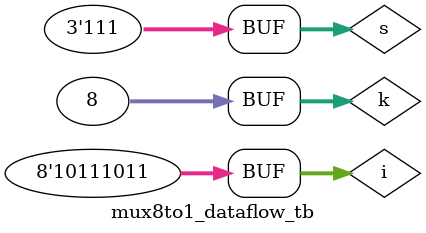
<source format=v>
module mux2to1(i,s,y);
  input [1:0]i;
  input s;
  output reg y;
  
  always@(*)
    begin
      if(s)
        y = i[1];
      else if(!s)
        y = i[0];
        else 
          y = 0;
    end 
  endmodule 
    
    module mux8to1(i,s,y);
      input [7:0]i;
      input [2:0]s;
      output reg y;
      wire [5:0]t;
      
      mux2to1 m1(i[1:0],s[0],t[0]);
      mux2to1 m2(i[3:2],s[0],t[1]);
      mux2to1 m3(i[5:4],s[0],t[2]);
      mux2to1 m4(i[7:6],s[0],t[3]);
      mux2to1 m5(t[1:0],s[1],t[4]);
      mux2to1 m6(t[3:2],s[1],t[5]);    
      mux2to1 m7(t[5:4],s[2],y);
    endmodule 


// test bench 

module mux8to1_dataflow_tb;

  reg [7:0]i;
  reg [2:0]s;
     wire y;
  integer k;

     mux8to1 dut(i,s,y);
    initial begin
      $monitor("Time=%0t,i=%b,s=%b,y=%b", $time, i,s, y);
      i=8'b10111011;
      for(k=0;k<8;k=k+1)
      begin 
      s=k;
        #10;
      end 
    end
endmodule

</source>
